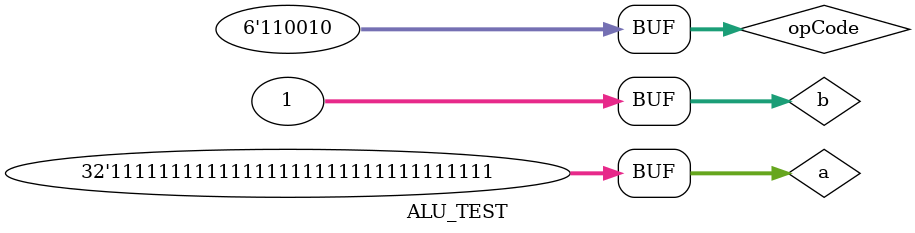
<source format=v>
`timescale 1ns / 1ps



module ALU_TEST();
  reg [31:0] a, b;
  reg [5:0] opCode;
  
  wire [31:0] ans1;
  wire ans2, Z, N;
  
  ALU Alu(a, b, opCode, ans1, ans2, Z, N);
  
  initial
    begin
      
    
      $monitor("\n\n=========Full Subtractor==========");
      $monitor("opCode   a         b    ans1     ans2      Z     N");
      #5 opCode = 6'b010001 ; a=32'h00000011 ; b=32'h00000001;
      $monitor("%b  %h  %h  |  %h  %d    %d  %d", opCode, a, b, ans1, ans2, Z, N);
      #5 opCode = 6'b010001 ; a=-32'hffffffff ; b=32'h00000001;
      $monitor("%b  %h  %h  |  %h  %d    %d  %d", opCode, a, b, ans1, ans2, Z, N);
      #5 opCode = 6'b010001 ; a=32'hffffffff ; b=32'hfffffffe;
      $monitor("%b  %h  %h  |  %h  %d    %d  %d", opCode, a, b, ans1, ans2, Z, N);
      
    
      $monitor("\n\n=========Full Adder==========");
      $monitor("opCode   a         b    ans1     ans2      Z     N");
      #5 opCode = 6'b010000 ; a=32'h00000011 ; b=32'h00000001;
      $monitor("%b  %h  %h  |  %h  %d    %d  %d", opCode, a, b, ans1, ans2, Z, N);
      #5 opCode = 6'b010000 ; a=-32'hffffffff ; b=32'h00000001;
      $monitor("%b  %h  %h  |  %h  %d    %d  %d", opCode, a, b, ans1, ans2, Z, N);
      #5 opCode = 6'b010000 ; a=32'hffffffff ; b=32'hfffffffe;
      $monitor("%b  %h  %h  |  %h  %d    %d  %d", opCode, a, b, ans1, ans2, Z, N);
      
      
      $monitor("\n\n=========Equality==========");
      $monitor("opCode   a         b    ans1     ans2      Z     N");
      #5 opCode = 6'b100000 ; a=32'h00000001 ; b=32'h00000001;
      $monitor("%b  %h  %h  |  %h  %d    %d  %d", opCode, a, b, ans1, ans2, Z, N);
      #5 opCode = 6'b100000 ; a=-32'hffffffff ; b=32'hfffffffe;
      $monitor("%b  %h  %h  |  %h  %d    %d  %d", opCode, a, b, ans1, ans2, Z, N);
      #5 opCode = 6'b100000 ; a=32'hffffffff ; b=32'h00000001;
      $monitor("%b  %h  %h  |  %h  %d    %d  %d", opCode, a, b, ans1, ans2, Z, N);
      
      $monitor("\n\n=========InEquality==========");
      $monitor("opCode   a         b    ans1     ans2      Z     N");
      #5 opCode = 6'b100001 ; a=32'h00000001 ; b=32'h00000001;
      $monitor("%b  %h  %h  |  %h  %d    %d  %d", opCode, a, b, ans1, ans2, Z, N);
      #5 opCode = 6'b100001 ; a=-32'hffffffff ; b=32'hfffffffe;
      $monitor("%b  %h  %h  |  %h  %d    %d  %d", opCode, a, b, ans1, ans2, Z, N);
      #5 opCode = 6'b100001 ; a=32'hffffffff ; b=32'h00000001;
      $monitor("%b  %h  %h  |  %h  %d    %d  %d", opCode, a, b, ans1, ans2, Z, N);
      
      $monitor("\n\n=========Less Than or Equal to==========");
      $monitor("opCode   a         b    ans1     ans2      Z     N");
      #5 opCode = 6'b100010 ; a=32'h00000001 ; b=32'h00000002;
      $monitor("%b  %h  %h  |  %h  %d    %d  %d", opCode, a, b, ans1, ans2, Z, N);
      #5 opCode = 6'b100010 ; a=-32'hffffffff ; b=32'hfffffffe;
      $monitor("%b  %h  %h  |  %h  %d    %d  %d", opCode, a, b, ans1, ans2, Z, N);
      #5 opCode = 6'b100010 ; a=32'hffffffff ; b=32'h00000001;
      $monitor("%b  %h  %h  |  %h  %d    %d  %d", opCode, a, b, ans1, ans2, Z, N);
      
      $monitor("\n\n=========Greater Than==========");
      $monitor("opCode   a         b    ans1     ans2      Z     N");
      #5 opCode = 6'b100011 ; a=32'h00000001 ; b=32'h00000002;
      $monitor("%b  %h  %h  |  %h  %d    %d  %d", opCode, a, b, ans1, ans2, Z, N);
      #5 opCode = 6'b100011 ; a=-32'hffffffff ; b=32'hfffffffe;
      $monitor("%b  %h  %h  |  %h  %d    %d  %d", opCode, a, b, ans1, ans2, Z, N);
      #5 opCode = 6'b100011 ; a=32'hffffffff ; b=32'h00000001;
      $monitor("%b  %h  %h  |  %h  %d    %d  %d", opCode, a, b, ans1, ans2, Z, N);
      
      $monitor("\n\n=========Logical Left Shift==========");
      $monitor("opCode   a         b    ans1     ans2      Z     N");
      #5 opCode = 6'b110000 ; a=32'h00010000 ; b=32'h00000001;
      $monitor("%b  %h  %h  |  %h  %d    %d  %d", opCode, a, b, ans1, ans2, Z, N);
      #5 opCode = 6'b110000 ; a=32'hffffffff ; b=-32'hfffffffe;
      $monitor("%b  %h  %h  |  %h  %d    %d  %d", opCode, a, b, ans1, ans2, Z, N);
      #5 opCode = 6'b110000 ; a=32'hffffffff ; b=32'h00000001;
      $monitor("%b  %h  %h  |  %h  %d    %d  %d", opCode, a, b, ans1, ans2, Z, N);
      
      $monitor("\n\n=========Logical Right Shift==========");
      $monitor("opCode   a         b    ans1     ans2      Z     N");
      #5 opCode = 6'b110001 ; a=32'h00000001 ; b=32'h00000001;
      $monitor("%b  %h  %h  |  %h  %d    %d  %d", opCode, a, b, ans1, ans2, Z, N);
      #5 opCode = 6'b110001 ; a=32'hffffffff ; b=-32'hfffffffe;
      $monitor("%b  %h  %h  |  %h  %d    %d  %d", opCode, a, b, ans1, ans2, Z, N);
      #5 opCode = 6'b110001 ; a=32'hffffffff ; b=32'h00000001;
      $monitor("%b  %h  %h  |  %h  %d    %d  %d", opCode, a, b, ans1, ans2, Z, N);
      
      $monitor("\n\n=========Arithmetic Right Shift==========");
      $monitor("opCode   a         b    ans1     ans2      Z     N");
      #5 opCode = 6'b110010 ; a=32'h00000001 ; b=32'h00000001;
      $monitor("%b  %h  %h  |  %h  %d    %d  %d", opCode, a, b, ans1, ans2, Z, N);
      #5 opCode = 6'b110010 ; a=32'hffffffff ; b=-32'hfffffffe;
      $monitor("%b  %h  %h  |  %h  %d    %d  %d", opCode, a, b, ans1, ans2, Z, N);
      #5 opCode = 6'b110010 ; a=32'hffffffff ; b=32'h00000001;
      $monitor("%b  %h  %h  |  %h  %d    %d  %d", opCode, a, b, ans1, ans2, Z, N);
      

    end
endmodule

</source>
